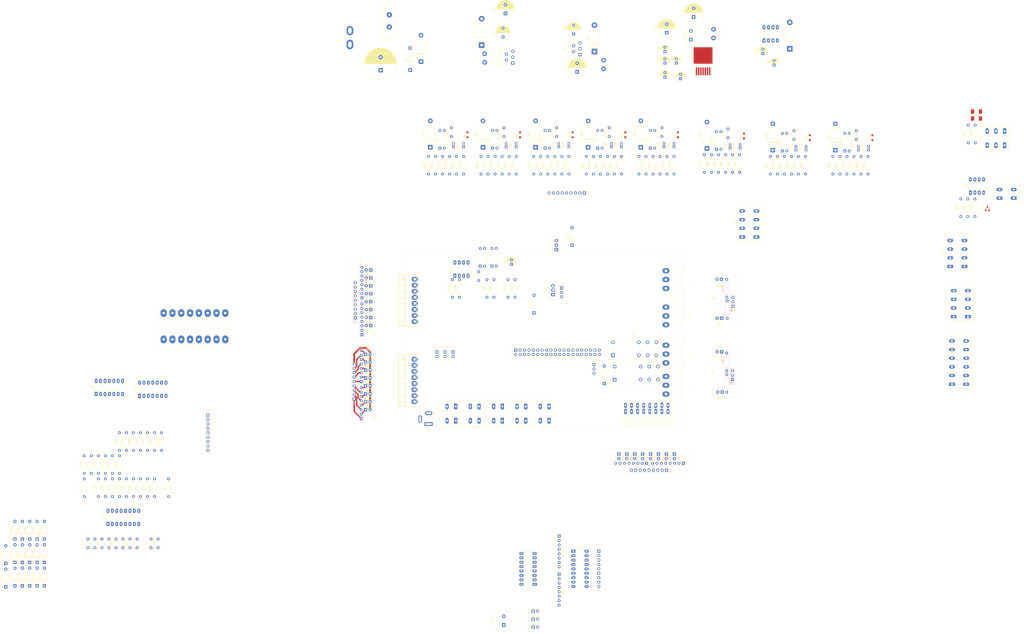
<source format=kicad_pcb>
(kicad_pcb
	(version 20240108)
	(generator "pcbnew")
	(generator_version "8.0")
	(general
		(thickness 1.6)
		(legacy_teardrops no)
	)
	(paper "A4")
	(layers
		(0 "F.Cu" signal)
		(31 "B.Cu" signal)
		(32 "B.Adhes" user "B.Adhesive")
		(33 "F.Adhes" user "F.Adhesive")
		(34 "B.Paste" user)
		(35 "F.Paste" user)
		(36 "B.SilkS" user "B.Silkscreen")
		(37 "F.SilkS" user "F.Silkscreen")
		(38 "B.Mask" user)
		(39 "F.Mask" user)
		(40 "Dwgs.User" user "User.Drawings")
		(41 "Cmts.User" user "User.Comments")
		(42 "Eco1.User" user "User.Eco1")
		(43 "Eco2.User" user "User.Eco2")
		(44 "Edge.Cuts" user)
		(45 "Margin" user)
		(46 "B.CrtYd" user "B.Courtyard")
		(47 "F.CrtYd" user "F.Courtyard")
		(48 "B.Fab" user)
		(49 "F.Fab" user)
		(50 "User.1" user)
		(51 "User.2" user)
		(52 "User.3" user)
		(53 "User.4" user)
		(54 "User.5" user)
		(55 "User.6" user)
		(56 "User.7" user)
		(57 "User.8" user)
		(58 "User.9" user)
	)
	(setup
		(pad_to_mask_clearance 0)
		(allow_soldermask_bridges_in_footprints no)
		(pcbplotparams
			(layerselection 0x00010fc_ffffffff)
			(plot_on_all_layers_selection 0x0000000_00000000)
			(disableapertmacros no)
			(usegerberextensions no)
			(usegerberattributes yes)
			(usegerberadvancedattributes yes)
			(creategerberjobfile yes)
			(dashed_line_dash_ratio 12.000000)
			(dashed_line_gap_ratio 3.000000)
			(svgprecision 4)
			(plotframeref no)
			(viasonmask no)
			(mode 1)
			(useauxorigin no)
			(hpglpennumber 1)
			(hpglpenspeed 20)
			(hpglpendiameter 15.000000)
			(pdf_front_fp_property_popups yes)
			(pdf_back_fp_property_popups yes)
			(dxfpolygonmode yes)
			(dxfimperialunits yes)
			(dxfusepcbnewfont yes)
			(psnegative no)
			(psa4output no)
			(plotreference yes)
			(plotvalue yes)
			(plotfptext yes)
			(plotinvisibletext no)
			(sketchpadsonfab no)
			(subtractmaskfromsilk no)
			(outputformat 1)
			(mirror no)
			(drillshape 1)
			(scaleselection 1)
			(outputdirectory "")
		)
	)
	(net 0 "")
	(net 1 "+5V")
	(net 2 "/Buzzer")
	(net 3 "+24V filtered")
	(net 4 "GND")
	(net 5 "+3V3")
	(net 6 "/ADC_CH3")
	(net 7 "/ADC_CH1")
	(net 8 "+12V")
	(net 9 "Net-(D6-K)")
	(net 10 "Net-(U1-BOOT)")
	(net 11 "/Dig-IN_1")
	(net 12 "Net-(U11-CAP+)")
	(net 13 "Net-(D14-K)")
	(net 14 "-5V")
	(net 15 "/ADC_CH5")
	(net 16 "/ADC_CH6")
	(net 17 "/ADC_CH0")
	(net 18 "/ADC_CH2")
	(net 19 "/ADC_CH7")
	(net 20 "/ADC_CH4")
	(net 21 "/Dig-IN_2")
	(net 22 "/Dig-IN_3")
	(net 23 "/Dig-IN_4")
	(net 24 "/Dig-IN_5")
	(net 25 "/Dig-IN_6")
	(net 26 "/Dig-IN_7")
	(net 27 "/Dig-IN_8")
	(net 28 "Net-(D1-K)")
	(net 29 "Net-(D2-K)")
	(net 30 "Net-(D4-A)")
	(net 31 "Net-(D5-K)")
	(net 32 "Net-(D11-A)")
	(net 33 "Net-(D13-A)")
	(net 34 "OUT_Digital_1_open-drain")
	(net 35 "Net-(D21-A)")
	(net 36 "Net-(D24-A)")
	(net 37 "IN_Analog_6 (0-20mA)")
	(net 38 "IN_Analog_7 (0-20mA)")
	(net 39 "/OUT_Relay_1")
	(net 40 "/OUT_PWM_1_diode")
	(net 41 "/OUT_PWM_2_diode")
	(net 42 "Net-(D34-A)")
	(net 43 "Net-(D38-A)")
	(net 44 "OUT_Digital_2_open-drain")
	(net 45 "OUT_Digital_3_open-drain")
	(net 46 "OUT_Digital_4_open-drain")
	(net 47 "OUT_Digital_5_open-drain")
	(net 48 "/OUT_Relay_2")
	(net 49 "I2C_SDA")
	(net 50 "RS485_B")
	(net 51 "RS485_A")
	(net 52 "Net-(D50-A1)")
	(net 53 "Net-(D51-A)")
	(net 54 "Net-(D53-A1)")
	(net 55 "Net-(D54-A)")
	(net 56 "Net-(D56-A1)")
	(net 57 "Net-(D57-A)")
	(net 58 "Net-(D59-A1)")
	(net 59 "Net-(D60-A)")
	(net 60 "Net-(D62-A1)")
	(net 61 "Net-(D63-A)")
	(net 62 "Net-(D65-A1)")
	(net 63 "Net-(D66-A)")
	(net 64 "Net-(D68-A1)")
	(net 65 "Net-(D69-A)")
	(net 66 "Net-(D71-A1)")
	(net 67 "Net-(D72-A)")
	(net 68 "+BATT")
	(net 69 "unconnected-(J1-ID_SD{slash}GPIO0-Pad27)")
	(net 70 "/SPI_CE0_ADC")
	(net 71 "Net-(J1-3V3-Pad1)")
	(net 72 "/SPI0_miso_ADC")
	(net 73 "/UART_DIR-T")
	(net 74 "/SPI0_mosi_ADC")
	(net 75 "/SPI0_sclk_ADC")
	(net 76 "/UART_TX")
	(net 77 "/SPI1_miso_FREE")
	(net 78 "/SR-OUT_latch")
	(net 79 "/SPI1_mosi_FREE")
	(net 80 "/SR-OUT_clock")
	(net 81 "/SR-OUT_data")
	(net 82 "unconnected-(J1-ID_SC{slash}GPIO1-Pad28)")
	(net 83 "/SPI1_CE_FREE")
	(net 84 "/UART_RX")
	(net 85 "/OUT_PWM_2")
	(net 86 "/SPI1_sclk_FREE")
	(net 87 "/OUT_PWM_1")
	(net 88 "IN_Digital_8")
	(net 89 "IN_Digital_5")
	(net 90 "IN_Digital_2")
	(net 91 "IN_Digital_3")
	(net 92 "IN_Digital_4")
	(net 93 "IN_Digital_6")
	(net 94 "IN_Digital_7")
	(net 95 "IN_Digital_1")
	(net 96 "OUT_Digital_8")
	(net 97 "OUT_Digital_7_open-drain")
	(net 98 "OUT_Digital_2")
	(net 99 "OUT_Digital_4")
	(net 100 "OUT_Digital_5")
	(net 101 "OUT_Digital_6")
	(net 102 "OUT_Digital_3")
	(net 103 "OUT_Digital_7")
	(net 104 "OUT_Digital_8_open-drain")
	(net 105 "OUT_Digital_1")
	(net 106 "OUT_Digital_6_open-drain")
	(net 107 "Net-(J4-Pin_1)")
	(net 108 "Net-(J4-Pin_2)")
	(net 109 "Net-(J4-Pin_3)")
	(net 110 "OUT_Digital_COM_open-drain")
	(net 111 "Net-(J6-Pin_1)")
	(net 112 "Net-(J6-Pin_3)")
	(net 113 "Net-(J6-Pin_2)")
	(net 114 "IN_Analog_1 (0-3.3V)")
	(net 115 "IN_Analog_5 (0-24V)")
	(net 116 "IN_Analog_4 (0-12V)")
	(net 117 "IN_Analog_2 (0-5V)")
	(net 118 "IN_Analog_0 (0-3.3V)")
	(net 119 "IN_Analog_3 (0-5V)")
	(net 120 "Net-(Q1-G)")
	(net 121 "Net-(Q2-G)")
	(net 122 "Net-(Q2-D)")
	(net 123 "Net-(Q5-G)")
	(net 124 "Net-(Q6-G)")
	(net 125 "Net-(Q7-G)")
	(net 126 "Net-(Q7-D)")
	(net 127 "Net-(Q8-G)")
	(net 128 "Net-(Q9-G)")
	(net 129 "Net-(Q9-D)")
	(net 130 "Net-(Q10-G)")
	(net 131 "Net-(Q11-D)")
	(net 132 "Net-(Q11-G)")
	(net 133 "Net-(Q12-G)")
	(net 134 "Net-(Q13-G)")
	(net 135 "Net-(Q13-D)")
	(net 136 "Net-(Q14-G)")
	(net 137 "Net-(Q15-D)")
	(net 138 "Net-(Q15-G)")
	(net 139 "Net-(Q16-G)")
	(net 140 "Net-(Q17-G)")
	(net 141 "Net-(Q17-D)")
	(net 142 "Net-(Q18-G)")
	(net 143 "Net-(Q19-D)")
	(net 144 "Net-(Q19-G)")
	(net 145 "Net-(Q20-G)")
	(net 146 "Net-(R2-Pad2)")
	(net 147 "Net-(U9C--)")
	(net 148 "Net-(U12-~{OUTA})")
	(net 149 "Net-(U12-~{OUTB})")
	(net 150 "Net-(U12-INB)")
	(net 151 "Net-(R33-Pad1)")
	(net 152 "Net-(U9D--)")
	(net 153 "Net-(R59-Pad2)")
	(net 154 "Net-(R66-Pad2)")
	(net 155 "Net-(R73-Pad2)")
	(net 156 "Net-(R80-Pad2)")
	(net 157 "Net-(R87-Pad2)")
	(net 158 "Net-(R94-Pad2)")
	(net 159 "Net-(R101-Pad2)")
	(net 160 "Net-(U12-INA)")
	(net 161 "Net-(R108-Pad1)")
	(net 162 "Net-(RN2-R1.2)")
	(net 163 "Net-(RN2-R3.2)")
	(net 164 "Net-(RN2-R4.2)")
	(net 165 "Net-(RN2-R2.2)")
	(net 166 "Net-(RN3-R2.2)")
	(net 167 "Net-(RN3-R3.2)")
	(net 168 "Net-(RN3-R1.2)")
	(net 169 "Net-(RN3-R4.2)")
	(net 170 "unconnected-(U1-EN-Pad7)")
	(net 171 "unconnected-(U1-NC-Pad5)")
	(net 172 "unconnected-(U2-QH'-Pad9)")
	(net 173 "unconnected-(U11-OSC-Pad7)")
	(net 174 "unconnected-(U11-NC-Pad1)")
	(net 175 "unconnected-(U12-NC-Pad8)")
	(net 176 "unconnected-(U12-NC-Pad1)")
	(net 177 "Net-(BZ1--)")
	(net 178 "Net-(D45-K)")
	(net 179 "unconnected-(J3-Pin_13-Pad13)")
	(net 180 "unconnected-(J3-Pin_1-Pad1)")
	(net 181 "unconnected-(J3-Pin_3-Pad3)")
	(net 182 "unconnected-(J3-Pin_8-Pad8)")
	(net 183 "unconnected-(J3-Pin_15-Pad15)")
	(net 184 "unconnected-(J3-Pin_11-Pad11)")
	(net 185 "unconnected-(J3-Pin_5-Pad5)")
	(net 186 "unconnected-(J3-Pin_14-Pad14)")
	(net 187 "unconnected-(J3-Pin_10-Pad10)")
	(net 188 "unconnected-(J3-Pin_4-Pad4)")
	(net 189 "unconnected-(J3-Pin_6-Pad6)")
	(net 190 "unconnected-(J3-Pin_7-Pad7)")
	(net 191 "unconnected-(J3-Pin_16-Pad16)")
	(net 192 "unconnected-(J3-Pin_9-Pad9)")
	(net 193 "unconnected-(J3-Pin_2-Pad2)")
	(net 194 "unconnected-(J3-Pin_12-Pad12)")
	(net 195 "/LED_analog-CH6")
	(net 196 "/LED_analog-CH2")
	(net 197 "/LED_analog-CH7")
	(net 198 "/LED_analog-CH5")
	(net 199 "/LED_analog-CH0")
	(net 200 "/LED_analog-CH1")
	(net 201 "/LED_analog-CH3")
	(net 202 "/LED_analog-CH4")
	(net 203 "Net-(D10-K)")
	(net 204 "Net-(D7-A)")
	(net 205 "Net-(D8-A)")
	(net 206 "Net-(D10-A)")
	(net 207 "Net-(D15-A)")
	(net 208 "Net-(D17-A)")
	(net 209 "Net-(D23-A)")
	(net 210 "Net-(D26-A)")
	(net 211 "Net-(D27-A)")
	(net 212 "Net-(D82-K)")
	(net 213 "Net-(D82-A)")
	(net 214 "Net-(D83-K)")
	(net 215 "Net-(D84-K)")
	(net 216 "Net-(D85-K)")
	(net 217 "Net-(D86-K)")
	(net 218 "Net-(D87-K)")
	(net 219 "Net-(D88-K)")
	(net 220 "Net-(D89-K)")
	(net 221 "Net-(J25-Pin_8)")
	(net 222 "Net-(J25-Pin_5)")
	(net 223 "Net-(J25-Pin_7)")
	(net 224 "Net-(J25-Pin_2)")
	(net 225 "Net-(J25-Pin_6)")
	(net 226 "Net-(J25-Pin_1)")
	(net 227 "Net-(J25-Pin_4)")
	(net 228 "Net-(J25-Pin_3)")
	(net 229 "Net-(J27-Pin_4)")
	(net 230 "Net-(J27-Pin_8)")
	(net 231 "Net-(J27-Pin_1)")
	(net 232 "Net-(J27-Pin_5)")
	(net 233 "Net-(J27-Pin_6)")
	(net 234 "Net-(J27-Pin_7)")
	(net 235 "Net-(J27-Pin_3)")
	(net 236 "Net-(J27-Pin_2)")
	(net 237 "Net-(D20-A)")
	(net 238 "Net-(D20-K)")
	(net 239 "Net-(D30-K)")
	(net 240 "Net-(D37-K)")
	(net 241 "Net-(D40-K)")
	(net 242 "Net-(D41-K)")
	(net 243 "Net-(D42-K)")
	(net 244 "Net-(D43-K)")
	(net 245 "Net-(D44-K)")
	(net 246 "/LED_digital-out_2")
	(net 247 "/LED_digital-out_8")
	(net 248 "/LED_digital-out_6")
	(net 249 "/LED_digital-out_5")
	(net 250 "/LED_digital-out_4")
	(net 251 "/LED_digital-out_7")
	(net 252 "/LED_digital-out_1")
	(net 253 "/LED_digital-out_3")
	(net 254 "Net-(J23-Pin_1)")
	(net 255 "Net-(J23-Pin_5)")
	(net 256 "Net-(J23-Pin_3)")
	(net 257 "Net-(J23-Pin_2)")
	(net 258 "Net-(J23-Pin_8)")
	(net 259 "Net-(J23-Pin_7)")
	(net 260 "Net-(J23-Pin_4)")
	(net 261 "Net-(J23-Pin_6)")
	(net 262 "/LED_relay-1")
	(net 263 "/LED_PWM-1")
	(net 264 "/LED_PWM-2")
	(net 265 "Net-(D34-K)")
	(net 266 "/LED_relay-2")
	(net 267 "Net-(D52-K)")
	(net 268 "Net-(D52-A)")
	(net 269 "Net-(D55-K)")
	(net 270 "Net-(J30-Pin_3)")
	(net 271 "Net-(J30-Pin_2)")
	(net 272 "Net-(J31-Pin_3)")
	(net 273 "Net-(J31-Pin_2)")
	(footprint "Capacitor_THT:CP_Radial_D10.0mm_P5.00mm" (layer "F.Cu") (at 136.35 -61.907323 90))
	(footprint "Resistor_THT:R_Axial_DIN0207_L6.3mm_D2.5mm_P10.16mm_Horizontal" (layer "F.Cu") (at 226 -3.92 90))
	(footprint "Resistor_THT:R_Axial_DIN0207_L6.3mm_D2.5mm_P10.16mm_Horizontal" (layer "F.Cu") (at 357.655 21.6 90))
	(footprint "Package_TO_SOT_THT:TO-92_Inline" (layer "F.Cu") (at 192.23 -18.29 90))
	(footprint "Package_DIP:DIP-4_W10.16mm" (layer "F.Cu") (at 80.4725 50.2 90))
	(footprint "Diode_THT:D_A-405_P10.16mm_Horizontal" (layer "F.Cu") (at -175.206 221.281 90))
	(footprint "Resistor_THT:R_Axial_DIN0207_L6.3mm_D2.5mm_P10.16mm_Horizontal" (layer "F.Cu") (at -127.706 169.901 90))
	(footprint "Connector_PinSocket_2.54mm:PinSocket_1x02_P2.54mm_Vertical" (layer "F.Cu") (at 111 258.6 90))
	(footprint "Capacitor_THT:CP_Radial_D5.0mm_P2.50mm" (layer "F.Cu") (at 98.4475 49.1 90))
	(footprint "Relay_THT:Relay_SPDT_Omron_G2RL-1-E" (layer "F.Cu") (at 157.9625 115.735 90))
	(footprint "Resistor_THT:R_Axial_DIN0207_L6.3mm_D2.5mm_P10.16mm_Horizontal" (layer "F.Cu") (at -99.356 183.211 90))
	(footprint "Resistor_THT:R_Axial_DIN0207_L6.3mm_D2.5mm_P10.16mm_Horizontal" (layer "F.Cu") (at -127.706 156.591 90))
	(footprint "LED_THT:LED_D3.0mm_IRGrey" (layer "F.Cu") (at 14.346 119.38))
	(footprint "Resistor_THT:R_Axial_DIN0207_L6.3mm_D2.5mm_P10.16mm_Horizontal" (layer "F.Cu") (at 115.35 -2.92 90))
	(footprint "LED_THT:LED_D3.0mm_IRGrey" (layer "F.Cu") (at 160.401 158.745 -90))
	(footprint "Capacitor_THT:CP_Radial_D8.0mm_P5.00mm" (layer "F.Cu") (at 93.59 -82.029698 90))
	(footprint "Diode_THT:D_DO-201AD_P15.24mm_Horizontal" (layer "F.Cu") (at 146.35 -73.655 90))
	(footprint "Package_DIP:DIP-8_W7.62mm_LongPads" (layer "F.Cu") (at 363.2 7.825 90))
	(footprint "Diode_THT:D_DO-201AE_P15.24mm_Horizontal" (layer "F.Cu") (at 112.36 -18.38 90))
	(footprint "Diode_THT:D_A-405_P10.16mm_Horizontal"
		(layer "F.Cu")
		(uuid "0b237633-9c53-4e91-8374-dcfea4e16aff")
		(at -187.956 207.771 90)
		(descr "Diode, A-405 series, Axial, Horizontal, pin pitch=10.16mm, , length*diameter=5.2*2.7mm^2, , http://www.diodes.com/_files/packages/A-405.pdf")
		(tags "Diode A-405 series Axial Horizontal pin pitch 10.16mm  length 5.2mm diameter 2.7mm")
		(property "Reference" "D35"
			(at 5.08 -2.47 90)
			(layer "F.SilkS")
			(uuid "abe94a45-acbf-4965-bd6b-85f5f16969fd")
			(effects
				(font
					(size 1 1)
					(thickness 0.15)
				)
			)
		)
		(property "Value" "D_Schottky"
			(at 5.08 2.47 90)
			(layer "F.Fab")
			(uuid "8be64bf8-2b33-4f9c-9eb8-d15589aa3417")
			(effects
				(font
					(size 1 1)
					(thickness 0.15)
				)
			)
		)
		(property "Footprint" "Diode_THT:D_A-405_P10.16mm_Horizontal"
			(at 0 0 90)
			(unlocked yes)
			(layer "F.Fab")
			(hide yes)
			(uuid "34af8232-9778-48a1-99ee-7c38cab54448")
			(effects
				(font
					(size 1.27 1.27)
					(thickness 0.15)
				)
			)
		)
		(property "Datasheet" ""
			(at 0 0 90)
			(unlocked yes)
			(layer "F.Fab")
			(hide yes)
			(uuid "24a56277-de00-41fe-8ae9-5fe3ac7c7132")
			(effects
				(font
					(size 1.27 1.27)
					(thickness 0.15)
				)
			)
		)
		(property "Description" "Schottky diode"
			(at 0 0 90)
			(unlocked yes)
			(layer "F.Fab")
			(hide yes)
			(uuid "c839895e-fe81-414d-8d20-3d1b4c48fb5d")
			(effects
				(font
					(size 1.27 1.27)
					(thickness 0.15)
				)
			)
		)
		(property ki_fp_filters "TO-???* *_Diode_* *SingleDiode* D_*")
		(path "/a0cb58ab-42c7-40d5-82ca-871cc0b674ee")
		(sheetname "Root")
		(sheetfile "pi-interface-board_v1.0.kicad_sch")
		(attr through_hole)
		(fp_line
			(start 7.8 -1.47)
			(end 2.36 -1.47)
			(stroke
				(width 0.12)
				(type solid)
			)
			(layer "F.SilkS")
			(uuid "1977b41a-43c7-42c6-82b0-f8ebd5d19a89")
		)
		(fp_line
			(start 3.38 -1.47)
			(end 3.38 1.47)
			(stroke
				(width 0.12)
				(type solid)
			)
			(layer "F.SilkS")
			(uuid "b379d44e-bcad-48dc-bceb-08b9a1979759")
		)
		(fp_line
			(start 3.26 -1.47)
			(end 3.26 1.47)
			(stroke
				(width 0.12)
				(type solid)
			)
			(layer "F.SilkS")
			(uuid "673b8dc4-94ed-49ed-9e78-531138da3281")
		)
		(fp_line
			(start 3.14 -1.47)
			(end 3.14 1.47)
			(stroke
				(width 0.12)
				(type solid)
			)
			(layer "F.SilkS")
			(uuid "1833172d-5ec4-4a73-87c1-508a6cad6d98")
		)
		(fp_line
			(start 2.36 -1.47)
			(end 2.36 1.47)
			(stroke
				(width 0.12)
				(type solid)
			)
			(layer "F.SilkS")
			(uuid "955bf8b0-5208-451b-9958-80ca127265ba")
		)
		(fp_line
			(start 9.02 0)
			(end 7.8 0)
			(stroke
				(width 0.12)
				(type solid)
			)
			(layer "F.SilkS")
			(uuid "735b03b6-efd2-4a74-b131-3853005b2ad7")
		)
		(fp_line
			(start 1.14 0)
			(end 2.36 0)
			(stroke
				(width 0.12)
				(type solid)
			)
			(layer "F.SilkS")
			(uuid "11c489ce-01fb-4fed-bf15-41f57f3e8376")
		)
		(fp_line
			(start 7.8 1.47)
			(end 7.8 -1.47)
			(stroke
				(width 0.12)
				(type solid)
			)
			(layer "F.SilkS")
			(uuid "914c4353-6786-4ba5-8187-cf31f38c57b5")
		)
		(fp_line
			(sta
... [1887217 chars truncated]
</source>
